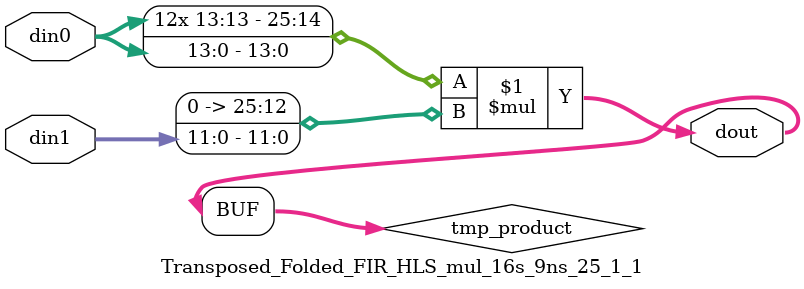
<source format=v>

`timescale 1 ns / 1 ps

 module Transposed_Folded_FIR_HLS_mul_16s_9ns_25_1_1(din0, din1, dout);
parameter ID = 1;
parameter NUM_STAGE = 0;
parameter din0_WIDTH = 14;
parameter din1_WIDTH = 12;
parameter dout_WIDTH = 26;

input [din0_WIDTH - 1 : 0] din0; 
input [din1_WIDTH - 1 : 0] din1; 
output [dout_WIDTH - 1 : 0] dout;

wire signed [dout_WIDTH - 1 : 0] tmp_product;


























assign tmp_product = $signed(din0) * $signed({1'b0, din1});









assign dout = tmp_product;





















endmodule

</source>
